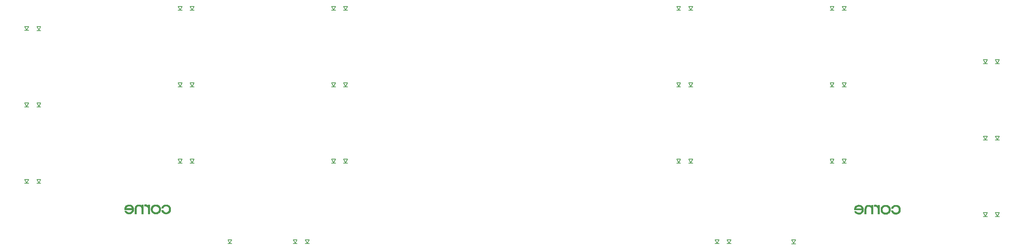
<source format=gbo>
%TF.GenerationSoftware,KiCad,Pcbnew,(6.0.11)*%
%TF.CreationDate,2023-01-31T22:09:30+01:00*%
%TF.ProjectId,corne-light,636f726e-652d-46c6-9967-68742e6b6963,2.0*%
%TF.SameCoordinates,Original*%
%TF.FileFunction,Legend,Bot*%
%TF.FilePolarity,Positive*%
%FSLAX46Y46*%
G04 Gerber Fmt 4.6, Leading zero omitted, Abs format (unit mm)*
G04 Created by KiCad (PCBNEW (6.0.11)) date 2023-01-31 22:09:30*
%MOMM*%
%LPD*%
G01*
G04 APERTURE LIST*
%ADD10C,0.150000*%
%ADD11C,0.010000*%
G04 APERTURE END LIST*
D10*
%TO.C,D13*%
X30687500Y-84416875D02*
X29687500Y-84416875D01*
X29687500Y-83416875D02*
X30187500Y-84316875D01*
X30687500Y-83416875D02*
X29687500Y-83416875D01*
X30187500Y-84316875D02*
X30687500Y-83416875D01*
%TO.C,D14*%
X33687500Y-84420000D02*
X32687500Y-84420000D01*
X32687500Y-83420000D02*
X33187500Y-84320000D01*
X33687500Y-83420000D02*
X32687500Y-83420000D01*
X33187500Y-84320000D02*
X33687500Y-83420000D01*
%TO.C,D34*%
X271140700Y-92668900D02*
X270140700Y-92668900D01*
X270140700Y-91668900D02*
X270640700Y-92568900D01*
X271140700Y-91668900D02*
X270140700Y-91668900D01*
X270640700Y-92568900D02*
X271140700Y-91668900D01*
%TO.C,D12*%
X109687500Y-60420000D02*
X108687500Y-60420000D01*
X108687500Y-59420000D02*
X109187500Y-60320000D01*
X109687500Y-59420000D02*
X108687500Y-59420000D01*
X109187500Y-60320000D02*
X109687500Y-59420000D01*
%TO.C,D33*%
X192184847Y-60420432D02*
X191184847Y-60420432D01*
X191184847Y-59420432D02*
X191684847Y-60320432D01*
X192184847Y-59420432D02*
X191184847Y-59420432D01*
X191684847Y-60320432D02*
X192184847Y-59420432D01*
%TO.C,D32*%
X195184847Y-60420432D02*
X194184847Y-60420432D01*
X194184847Y-59420432D02*
X194684847Y-60320432D01*
X195184847Y-59420432D02*
X194184847Y-59420432D01*
X194684847Y-60320432D02*
X195184847Y-59420432D01*
%TO.C,D31*%
X230184847Y-60415432D02*
X229184847Y-60415432D01*
X229184847Y-59415432D02*
X229684847Y-60315432D01*
X230184847Y-59415432D02*
X229184847Y-59415432D01*
X229684847Y-60315432D02*
X230184847Y-59415432D01*
%TO.C,D30*%
X233184847Y-60420432D02*
X232184847Y-60420432D01*
X232184847Y-59420432D02*
X232684847Y-60320432D01*
X233184847Y-59420432D02*
X232184847Y-59420432D01*
X232684847Y-60320432D02*
X233184847Y-59420432D01*
%TO.C,D29*%
X268140700Y-73668900D02*
X267140700Y-73668900D01*
X267140700Y-72668900D02*
X267640700Y-73568900D01*
X268140700Y-72668900D02*
X267140700Y-72668900D01*
X267640700Y-73568900D02*
X268140700Y-72668900D01*
%TO.C,D28*%
X271140700Y-73668900D02*
X270140700Y-73668900D01*
X270140700Y-72668900D02*
X270640700Y-73568900D01*
X271140700Y-72668900D02*
X270140700Y-72668900D01*
X270640700Y-73568900D02*
X271140700Y-72668900D01*
%TO.C,D27*%
X192184847Y-41420432D02*
X191184847Y-41420432D01*
X191184847Y-40420432D02*
X191684847Y-41320432D01*
X192184847Y-40420432D02*
X191184847Y-40420432D01*
X191684847Y-41320432D02*
X192184847Y-40420432D01*
%TO.C,D26*%
X195184847Y-41420432D02*
X194184847Y-41420432D01*
X194184847Y-40420432D02*
X194684847Y-41320432D01*
X195184847Y-40420432D02*
X194184847Y-40420432D01*
X194684847Y-41320432D02*
X195184847Y-40420432D01*
%TO.C,D25*%
X230184847Y-41415432D02*
X229184847Y-41415432D01*
X229184847Y-40415432D02*
X229684847Y-41315432D01*
X230184847Y-40415432D02*
X229184847Y-40415432D01*
X229684847Y-41315432D02*
X230184847Y-40415432D01*
%TO.C,D24*%
X233184847Y-41420432D02*
X232184847Y-41420432D01*
X232184847Y-40420432D02*
X232684847Y-41320432D01*
X233184847Y-40420432D02*
X232184847Y-40420432D01*
X232684847Y-41320432D02*
X233184847Y-40420432D01*
%TO.C,D23*%
X268140700Y-54668900D02*
X267140700Y-54668900D01*
X267140700Y-53668900D02*
X267640700Y-54568900D01*
X268140700Y-53668900D02*
X267140700Y-53668900D01*
X267640700Y-54568900D02*
X268140700Y-53668900D01*
%TO.C,D22*%
X271140700Y-54668900D02*
X270140700Y-54668900D01*
X270140700Y-53668900D02*
X270640700Y-54568900D01*
X271140700Y-53668900D02*
X270140700Y-53668900D01*
X270640700Y-54568900D02*
X271140700Y-53668900D01*
%TO.C,D42*%
X201694847Y-99415432D02*
X200694847Y-99415432D01*
X200694847Y-98415432D02*
X201194847Y-99315432D01*
X201694847Y-98415432D02*
X200694847Y-98415432D01*
X201194847Y-99315432D02*
X201694847Y-98415432D01*
%TO.C,D41*%
X204694847Y-99415432D02*
X203694847Y-99415432D01*
X203694847Y-98415432D02*
X204194847Y-99315432D01*
X204694847Y-98415432D02*
X203694847Y-98415432D01*
X204194847Y-99315432D02*
X204694847Y-98415432D01*
%TO.C,D40*%
X220684847Y-99430432D02*
X219684847Y-99430432D01*
X219684847Y-98430432D02*
X220184847Y-99330432D01*
X220684847Y-98430432D02*
X219684847Y-98430432D01*
X220184847Y-99330432D02*
X220684847Y-98430432D01*
%TO.C,D39*%
X192184847Y-79420432D02*
X191184847Y-79420432D01*
X191184847Y-78420432D02*
X191684847Y-79320432D01*
X192184847Y-78420432D02*
X191184847Y-78420432D01*
X191684847Y-79320432D02*
X192184847Y-78420432D01*
%TO.C,D38*%
X195184847Y-79420432D02*
X194184847Y-79420432D01*
X194184847Y-78420432D02*
X194684847Y-79320432D01*
X195184847Y-78420432D02*
X194184847Y-78420432D01*
X194684847Y-79320432D02*
X195184847Y-78420432D01*
%TO.C,D37*%
X230184847Y-79415432D02*
X229184847Y-79415432D01*
X229184847Y-78415432D02*
X229684847Y-79315432D01*
X230184847Y-78415432D02*
X229184847Y-78415432D01*
X229684847Y-79315432D02*
X230184847Y-78415432D01*
%TO.C,D36*%
X233184847Y-79420432D02*
X232184847Y-79420432D01*
X232184847Y-78420432D02*
X232684847Y-79320432D01*
X233184847Y-78420432D02*
X232184847Y-78420432D01*
X232684847Y-79320432D02*
X233184847Y-78420432D01*
%TO.C,D35*%
X268140700Y-92668900D02*
X267140700Y-92668900D01*
X267140700Y-91668900D02*
X267640700Y-92568900D01*
X268140700Y-91668900D02*
X267140700Y-91668900D01*
X267640700Y-92568900D02*
X268140700Y-91668900D01*
%TO.C,D1*%
X30687500Y-46416875D02*
X29687500Y-46416875D01*
X29687500Y-45416875D02*
X30187500Y-46316875D01*
X30687500Y-45416875D02*
X29687500Y-45416875D01*
X30187500Y-46316875D02*
X30687500Y-45416875D01*
%TO.C,D2*%
X33687500Y-46420000D02*
X32687500Y-46420000D01*
X32687500Y-45420000D02*
X33187500Y-46320000D01*
X33687500Y-45420000D02*
X32687500Y-45420000D01*
X33187500Y-46320000D02*
X33687500Y-45420000D01*
%TO.C,D3*%
X68687500Y-41420000D02*
X67687500Y-41420000D01*
X67687500Y-40420000D02*
X68187500Y-41320000D01*
X68687500Y-40420000D02*
X67687500Y-40420000D01*
X68187500Y-41320000D02*
X68687500Y-40420000D01*
%TO.C,D4*%
X71687500Y-41415000D02*
X70687500Y-41415000D01*
X70687500Y-40415000D02*
X71187500Y-41315000D01*
X71687500Y-40415000D02*
X70687500Y-40415000D01*
X71187500Y-41315000D02*
X71687500Y-40415000D01*
%TO.C,D5*%
X106687500Y-41420000D02*
X105687500Y-41420000D01*
X105687500Y-40420000D02*
X106187500Y-41320000D01*
X106687500Y-40420000D02*
X105687500Y-40420000D01*
X106187500Y-41320000D02*
X106687500Y-40420000D01*
%TO.C,D6*%
X109687500Y-41420000D02*
X108687500Y-41420000D01*
X108687500Y-40420000D02*
X109187500Y-41320000D01*
X109687500Y-40420000D02*
X108687500Y-40420000D01*
X109187500Y-41320000D02*
X109687500Y-40420000D01*
%TO.C,D7*%
X30687500Y-65416875D02*
X29687500Y-65416875D01*
X29687500Y-64416875D02*
X30187500Y-65316875D01*
X30687500Y-64416875D02*
X29687500Y-64416875D01*
X30187500Y-65316875D02*
X30687500Y-64416875D01*
%TO.C,D8*%
X33687500Y-65420000D02*
X32687500Y-65420000D01*
X32687500Y-64420000D02*
X33187500Y-65320000D01*
X33687500Y-64420000D02*
X32687500Y-64420000D01*
X33187500Y-65320000D02*
X33687500Y-64420000D01*
%TO.C,D9*%
X68687500Y-60420000D02*
X67687500Y-60420000D01*
X67687500Y-59420000D02*
X68187500Y-60320000D01*
X68687500Y-59420000D02*
X67687500Y-59420000D01*
X68187500Y-60320000D02*
X68687500Y-59420000D01*
%TO.C,D10*%
X71687500Y-60415000D02*
X70687500Y-60415000D01*
X70687500Y-59415000D02*
X71187500Y-60315000D01*
X71687500Y-59415000D02*
X70687500Y-59415000D01*
X71187500Y-60315000D02*
X71687500Y-59415000D01*
%TO.C,D11*%
X106687500Y-60420000D02*
X105687500Y-60420000D01*
X105687500Y-59420000D02*
X106187500Y-60320000D01*
X106687500Y-59420000D02*
X105687500Y-59420000D01*
X106187500Y-60320000D02*
X106687500Y-59420000D01*
%TO.C,D15*%
X68687500Y-79420000D02*
X67687500Y-79420000D01*
X67687500Y-78420000D02*
X68187500Y-79320000D01*
X68687500Y-78420000D02*
X67687500Y-78420000D01*
X68187500Y-79320000D02*
X68687500Y-78420000D01*
%TO.C,D16*%
X71687500Y-79415000D02*
X70687500Y-79415000D01*
X70687500Y-78415000D02*
X71187500Y-79315000D01*
X71687500Y-78415000D02*
X70687500Y-78415000D01*
X71187500Y-79315000D02*
X71687500Y-78415000D01*
%TO.C,D17*%
X106687500Y-79420000D02*
X105687500Y-79420000D01*
X105687500Y-78420000D02*
X106187500Y-79320000D01*
X106687500Y-78420000D02*
X105687500Y-78420000D01*
X106187500Y-79320000D02*
X106687500Y-78420000D01*
%TO.C,D18*%
X109687500Y-79420000D02*
X108687500Y-79420000D01*
X108687500Y-78420000D02*
X109187500Y-79320000D01*
X109687500Y-78420000D02*
X108687500Y-78420000D01*
X109187500Y-79320000D02*
X109687500Y-78420000D01*
%TO.C,D19*%
X81007500Y-99410000D02*
X80007500Y-99410000D01*
X80007500Y-98410000D02*
X80507500Y-99310000D01*
X81007500Y-98410000D02*
X80007500Y-98410000D01*
X80507500Y-99310000D02*
X81007500Y-98410000D01*
%TO.C,D20*%
X97187500Y-99405000D02*
X96187500Y-99405000D01*
X96187500Y-98405000D02*
X96687500Y-99305000D01*
X97187500Y-98405000D02*
X96187500Y-98405000D01*
X96687500Y-99305000D02*
X97187500Y-98405000D01*
%TO.C,D21*%
X100187500Y-99405000D02*
X99187500Y-99405000D01*
X99187500Y-98405000D02*
X99687500Y-99305000D01*
X100187500Y-98405000D02*
X99187500Y-98405000D01*
X99687500Y-99305000D02*
X100187500Y-98405000D01*
%TO.C,G\u002A\u002A\u002A*%
G36*
X238728505Y-89778211D02*
G01*
X238898176Y-89784616D01*
X239030522Y-89803282D01*
X239136545Y-89837569D01*
X239227248Y-89890836D01*
X239313636Y-89966442D01*
X239395900Y-90048707D01*
X239395900Y-89790800D01*
X239827700Y-89790800D01*
X239827700Y-92051400D01*
X239395900Y-92051400D01*
X239395900Y-91382910D01*
X239395874Y-91326907D01*
X239394783Y-91102585D01*
X239391223Y-90921327D01*
X239384004Y-90776805D01*
X239371933Y-90662689D01*
X239353821Y-90572652D01*
X239328477Y-90500365D01*
X239294709Y-90439501D01*
X239251327Y-90383731D01*
X239197140Y-90326726D01*
X239117236Y-90256472D01*
X239005138Y-90191694D01*
X238875159Y-90156817D01*
X238712688Y-90146400D01*
X238658220Y-90147999D01*
X238489897Y-90177984D01*
X238354470Y-90245106D01*
X238253563Y-90348307D01*
X238188803Y-90486534D01*
X238180905Y-90517809D01*
X238170781Y-90580037D01*
X238163078Y-90663882D01*
X238157537Y-90775177D01*
X238153900Y-90919758D01*
X238151907Y-91103457D01*
X238151300Y-91332110D01*
X238151300Y-92051400D01*
X237719500Y-92051400D01*
X237719692Y-91384650D01*
X237720373Y-91235353D01*
X237722926Y-91051330D01*
X237727097Y-90882049D01*
X237732597Y-90736525D01*
X237739136Y-90623770D01*
X237746425Y-90552800D01*
X237757832Y-90490354D01*
X237821121Y-90281378D01*
X237918452Y-90108673D01*
X238051702Y-89969513D01*
X238222749Y-89861171D01*
X238276930Y-89835005D01*
X238340699Y-89808181D01*
X238401010Y-89791455D01*
X238471425Y-89782451D01*
X238565509Y-89778791D01*
X238696826Y-89778100D01*
X238728505Y-89778211D01*
G37*
D11*
X238728505Y-89778211D02*
X238898176Y-89784616D01*
X239030522Y-89803282D01*
X239136545Y-89837569D01*
X239227248Y-89890836D01*
X239313636Y-89966442D01*
X239395900Y-90048707D01*
X239395900Y-89790800D01*
X239827700Y-89790800D01*
X239827700Y-92051400D01*
X239395900Y-92051400D01*
X239395900Y-91382910D01*
X239395874Y-91326907D01*
X239394783Y-91102585D01*
X239391223Y-90921327D01*
X239384004Y-90776805D01*
X239371933Y-90662689D01*
X239353821Y-90572652D01*
X239328477Y-90500365D01*
X239294709Y-90439501D01*
X239251327Y-90383731D01*
X239197140Y-90326726D01*
X239117236Y-90256472D01*
X239005138Y-90191694D01*
X238875159Y-90156817D01*
X238712688Y-90146400D01*
X238658220Y-90147999D01*
X238489897Y-90177984D01*
X238354470Y-90245106D01*
X238253563Y-90348307D01*
X238188803Y-90486534D01*
X238180905Y-90517809D01*
X238170781Y-90580037D01*
X238163078Y-90663882D01*
X238157537Y-90775177D01*
X238153900Y-90919758D01*
X238151907Y-91103457D01*
X238151300Y-91332110D01*
X238151300Y-92051400D01*
X237719500Y-92051400D01*
X237719692Y-91384650D01*
X237720373Y-91235353D01*
X237722926Y-91051330D01*
X237727097Y-90882049D01*
X237732597Y-90736525D01*
X237739136Y-90623770D01*
X237746425Y-90552800D01*
X237757832Y-90490354D01*
X237821121Y-90281378D01*
X237918452Y-90108673D01*
X238051702Y-89969513D01*
X238222749Y-89861171D01*
X238276930Y-89835005D01*
X238340699Y-89808181D01*
X238401010Y-89791455D01*
X238471425Y-89782451D01*
X238565509Y-89778791D01*
X238696826Y-89778100D01*
X238728505Y-89778211D01*
G36*
X240463958Y-89759536D02*
G01*
X240637202Y-89801267D01*
X240789054Y-89872357D01*
X240907231Y-89968946D01*
X240958000Y-90025358D01*
X240983400Y-89803500D01*
X241192950Y-89796122D01*
X241402500Y-89788745D01*
X241402500Y-92051400D01*
X240970700Y-92051400D01*
X240970700Y-90658838D01*
X240887611Y-90497869D01*
X240838734Y-90416179D01*
X240717119Y-90281056D01*
X240568548Y-90185922D01*
X240399149Y-90134139D01*
X240215050Y-90129068D01*
X240081700Y-90142729D01*
X240081700Y-89771961D01*
X240227763Y-89755436D01*
X240281610Y-89751025D01*
X240463958Y-89759536D01*
G37*
X240463958Y-89759536D02*
X240637202Y-89801267D01*
X240789054Y-89872357D01*
X240907231Y-89968946D01*
X240958000Y-90025358D01*
X240983400Y-89803500D01*
X241192950Y-89796122D01*
X241402500Y-89788745D01*
X241402500Y-92051400D01*
X240970700Y-92051400D01*
X240970700Y-90658838D01*
X240887611Y-90497869D01*
X240838734Y-90416179D01*
X240717119Y-90281056D01*
X240568548Y-90185922D01*
X240399149Y-90134139D01*
X240215050Y-90129068D01*
X240081700Y-90142729D01*
X240081700Y-89771961D01*
X240227763Y-89755436D01*
X240281610Y-89751025D01*
X240463958Y-89759536D01*
G36*
X237467692Y-90968242D02*
G01*
X237437156Y-91218299D01*
X237417999Y-91295249D01*
X237331626Y-91507590D01*
X237204175Y-91695554D01*
X237040575Y-91854023D01*
X236845755Y-91977879D01*
X236624643Y-92062004D01*
X236413327Y-92098535D01*
X236172404Y-92095509D01*
X235935698Y-92048237D01*
X235713010Y-91958773D01*
X235514143Y-91829173D01*
X235483956Y-91802746D01*
X235401226Y-91714606D01*
X235321501Y-91611086D01*
X235256583Y-91508398D01*
X235218270Y-91422750D01*
X235212581Y-91399182D01*
X235217590Y-91380133D01*
X235244967Y-91370122D01*
X235304189Y-91366246D01*
X235404732Y-91365600D01*
X235607987Y-91365600D01*
X235743807Y-91501419D01*
X235858505Y-91600614D01*
X235996197Y-91676329D01*
X236149871Y-91713127D01*
X236332128Y-91715596D01*
X236345096Y-91714683D01*
X236505758Y-91689647D01*
X236641612Y-91638239D01*
X236730789Y-91584256D01*
X236851357Y-91480298D01*
X236947345Y-91359172D01*
X237010783Y-91231649D01*
X237033700Y-91108498D01*
X237033700Y-91035400D01*
X235128700Y-91035400D01*
X235128700Y-90888336D01*
X235144557Y-90692678D01*
X235158648Y-90640688D01*
X235585900Y-90640688D01*
X235585903Y-90641014D01*
X235591212Y-90652444D01*
X235610241Y-90661420D01*
X235648288Y-90668229D01*
X235710649Y-90673158D01*
X235802621Y-90676494D01*
X235929501Y-90678521D01*
X236096586Y-90679528D01*
X236309172Y-90679800D01*
X237032443Y-90679800D01*
X237008235Y-90616127D01*
X236927851Y-90456797D01*
X236808974Y-90315486D01*
X236662440Y-90213844D01*
X236570702Y-90178039D01*
X236411572Y-90146960D01*
X236240767Y-90142014D01*
X236076653Y-90163277D01*
X235937597Y-90210826D01*
X235934539Y-90212383D01*
X235834752Y-90278195D01*
X235740348Y-90365722D01*
X235660975Y-90463173D01*
X235606277Y-90558758D01*
X235585900Y-90640688D01*
X235158648Y-90640688D01*
X235204596Y-90471162D01*
X235305441Y-90272524D01*
X235442921Y-90100847D01*
X235612867Y-89960213D01*
X235811106Y-89854705D01*
X236033470Y-89788406D01*
X236275787Y-89765400D01*
X236495074Y-89779901D01*
X236692397Y-89826746D01*
X236887001Y-89910689D01*
X236999892Y-89978672D01*
X237168921Y-90124563D01*
X237302394Y-90301643D01*
X237398133Y-90504735D01*
X237441778Y-90679800D01*
X237453959Y-90728661D01*
X237467692Y-90968242D01*
G37*
X237467692Y-90968242D02*
X237437156Y-91218299D01*
X237417999Y-91295249D01*
X237331626Y-91507590D01*
X237204175Y-91695554D01*
X237040575Y-91854023D01*
X236845755Y-91977879D01*
X236624643Y-92062004D01*
X236413327Y-92098535D01*
X236172404Y-92095509D01*
X235935698Y-92048237D01*
X235713010Y-91958773D01*
X235514143Y-91829173D01*
X235483956Y-91802746D01*
X235401226Y-91714606D01*
X235321501Y-91611086D01*
X235256583Y-91508398D01*
X235218270Y-91422750D01*
X235212581Y-91399182D01*
X235217590Y-91380133D01*
X235244967Y-91370122D01*
X235304189Y-91366246D01*
X235404732Y-91365600D01*
X235607987Y-91365600D01*
X235743807Y-91501419D01*
X235858505Y-91600614D01*
X235996197Y-91676329D01*
X236149871Y-91713127D01*
X236332128Y-91715596D01*
X236345096Y-91714683D01*
X236505758Y-91689647D01*
X236641612Y-91638239D01*
X236730789Y-91584256D01*
X236851357Y-91480298D01*
X236947345Y-91359172D01*
X237010783Y-91231649D01*
X237033700Y-91108498D01*
X237033700Y-91035400D01*
X235128700Y-91035400D01*
X235128700Y-90888336D01*
X235144557Y-90692678D01*
X235158648Y-90640688D01*
X235585900Y-90640688D01*
X235585903Y-90641014D01*
X235591212Y-90652444D01*
X235610241Y-90661420D01*
X235648288Y-90668229D01*
X235710649Y-90673158D01*
X235802621Y-90676494D01*
X235929501Y-90678521D01*
X236096586Y-90679528D01*
X236309172Y-90679800D01*
X237032443Y-90679800D01*
X237008235Y-90616127D01*
X236927851Y-90456797D01*
X236808974Y-90315486D01*
X236662440Y-90213844D01*
X236570702Y-90178039D01*
X236411572Y-90146960D01*
X236240767Y-90142014D01*
X236076653Y-90163277D01*
X235937597Y-90210826D01*
X235934539Y-90212383D01*
X235834752Y-90278195D01*
X235740348Y-90365722D01*
X235660975Y-90463173D01*
X235606277Y-90558758D01*
X235585900Y-90640688D01*
X235158648Y-90640688D01*
X235204596Y-90471162D01*
X235305441Y-90272524D01*
X235442921Y-90100847D01*
X235612867Y-89960213D01*
X235811106Y-89854705D01*
X236033470Y-89788406D01*
X236275787Y-89765400D01*
X236495074Y-89779901D01*
X236692397Y-89826746D01*
X236887001Y-89910689D01*
X236999892Y-89978672D01*
X237168921Y-90124563D01*
X237302394Y-90301643D01*
X237398133Y-90504735D01*
X237441778Y-90679800D01*
X237453959Y-90728661D01*
X237467692Y-90968242D01*
G36*
X244108849Y-91223876D02*
G01*
X244074663Y-91348102D01*
X244036318Y-91450895D01*
X243985444Y-91545986D01*
X243854845Y-91715635D01*
X243687879Y-91863093D01*
X243493147Y-91981401D01*
X243279247Y-92063599D01*
X243246426Y-92071729D01*
X243100940Y-92091650D01*
X242931219Y-92096287D01*
X242755665Y-92086467D01*
X242592679Y-92063019D01*
X242460660Y-92026770D01*
X242385759Y-91995421D01*
X242177321Y-91876769D01*
X242000725Y-91726574D01*
X241861481Y-91550172D01*
X241765095Y-91352900D01*
X241762144Y-91344275D01*
X241734957Y-91222551D01*
X241719975Y-91070313D01*
X241718028Y-90962298D01*
X242123007Y-90962298D01*
X242144990Y-91139401D01*
X242197980Y-91295466D01*
X242202413Y-91304341D01*
X242309590Y-91460677D01*
X242454056Y-91584347D01*
X242631336Y-91671468D01*
X242743896Y-91702243D01*
X242947311Y-91718463D01*
X243152302Y-91688118D01*
X243349042Y-91612020D01*
X243355826Y-91608365D01*
X243449822Y-91537702D01*
X243543805Y-91436333D01*
X243624206Y-91320941D01*
X243677459Y-91208207D01*
X243697591Y-91126866D01*
X243711926Y-90979224D01*
X243706567Y-90822526D01*
X243682581Y-90675807D01*
X243641035Y-90558101D01*
X243536055Y-90404360D01*
X243402066Y-90285270D01*
X243246876Y-90201522D01*
X243077851Y-90152949D01*
X242902358Y-90139386D01*
X242727764Y-90160666D01*
X242561436Y-90216623D01*
X242410739Y-90307092D01*
X242283042Y-90431906D01*
X242185711Y-90590900D01*
X242173379Y-90620421D01*
X242132361Y-90783017D01*
X242123007Y-90962298D01*
X241718028Y-90962298D01*
X241716970Y-90903580D01*
X241725715Y-90738371D01*
X241745982Y-90590705D01*
X241777544Y-90476600D01*
X241842092Y-90341816D01*
X241975675Y-90153222D01*
X242143825Y-89999865D01*
X242343475Y-89883807D01*
X242571560Y-89807111D01*
X242825014Y-89771840D01*
X243001095Y-89769147D01*
X243186970Y-89787281D01*
X243358295Y-89832053D01*
X243532581Y-89906803D01*
X243576640Y-89930069D01*
X243765313Y-90062687D01*
X243918643Y-90228365D01*
X244034150Y-90422052D01*
X244109350Y-90638693D01*
X244141762Y-90873236D01*
X244136252Y-90979224D01*
X244128901Y-91120628D01*
X244108849Y-91223876D01*
G37*
X244108849Y-91223876D02*
X244074663Y-91348102D01*
X244036318Y-91450895D01*
X243985444Y-91545986D01*
X243854845Y-91715635D01*
X243687879Y-91863093D01*
X243493147Y-91981401D01*
X243279247Y-92063599D01*
X243246426Y-92071729D01*
X243100940Y-92091650D01*
X242931219Y-92096287D01*
X242755665Y-92086467D01*
X242592679Y-92063019D01*
X242460660Y-92026770D01*
X242385759Y-91995421D01*
X242177321Y-91876769D01*
X242000725Y-91726574D01*
X241861481Y-91550172D01*
X241765095Y-91352900D01*
X241762144Y-91344275D01*
X241734957Y-91222551D01*
X241719975Y-91070313D01*
X241718028Y-90962298D01*
X242123007Y-90962298D01*
X242144990Y-91139401D01*
X242197980Y-91295466D01*
X242202413Y-91304341D01*
X242309590Y-91460677D01*
X242454056Y-91584347D01*
X242631336Y-91671468D01*
X242743896Y-91702243D01*
X242947311Y-91718463D01*
X243152302Y-91688118D01*
X243349042Y-91612020D01*
X243355826Y-91608365D01*
X243449822Y-91537702D01*
X243543805Y-91436333D01*
X243624206Y-91320941D01*
X243677459Y-91208207D01*
X243697591Y-91126866D01*
X243711926Y-90979224D01*
X243706567Y-90822526D01*
X243682581Y-90675807D01*
X243641035Y-90558101D01*
X243536055Y-90404360D01*
X243402066Y-90285270D01*
X243246876Y-90201522D01*
X243077851Y-90152949D01*
X242902358Y-90139386D01*
X242727764Y-90160666D01*
X242561436Y-90216623D01*
X242410739Y-90307092D01*
X242283042Y-90431906D01*
X242185711Y-90590900D01*
X242173379Y-90620421D01*
X242132361Y-90783017D01*
X242123007Y-90962298D01*
X241718028Y-90962298D01*
X241716970Y-90903580D01*
X241725715Y-90738371D01*
X241745982Y-90590705D01*
X241777544Y-90476600D01*
X241842092Y-90341816D01*
X241975675Y-90153222D01*
X242143825Y-89999865D01*
X242343475Y-89883807D01*
X242571560Y-89807111D01*
X242825014Y-89771840D01*
X243001095Y-89769147D01*
X243186970Y-89787281D01*
X243358295Y-89832053D01*
X243532581Y-89906803D01*
X243576640Y-89930069D01*
X243765313Y-90062687D01*
X243918643Y-90228365D01*
X244034150Y-90422052D01*
X244109350Y-90638693D01*
X244141762Y-90873236D01*
X244136252Y-90979224D01*
X244128901Y-91120628D01*
X244108849Y-91223876D01*
G36*
X245583745Y-89771892D02*
G01*
X245767717Y-89795914D01*
X245923700Y-89839802D01*
X245926931Y-89841085D01*
X246131124Y-89948316D01*
X246310238Y-90094026D01*
X246456503Y-90270543D01*
X246562149Y-90470197D01*
X246581770Y-90523494D01*
X246601202Y-90595236D01*
X246612879Y-90676188D01*
X246618581Y-90780194D01*
X246620086Y-90921100D01*
X246615707Y-91090430D01*
X246598309Y-91242138D01*
X246563730Y-91372887D01*
X246507840Y-91497841D01*
X246426511Y-91632165D01*
X246359617Y-91717289D01*
X246220240Y-91842860D01*
X246050549Y-91950877D01*
X245862913Y-92033943D01*
X245669700Y-92084664D01*
X245474182Y-92100194D01*
X245240440Y-92077913D01*
X245013593Y-92014811D01*
X244804736Y-91914131D01*
X244624962Y-91779119D01*
X244586071Y-91738876D01*
X244511631Y-91644041D01*
X244440622Y-91534252D01*
X244380576Y-91422781D01*
X244339025Y-91322902D01*
X244323500Y-91247887D01*
X244325003Y-91222594D01*
X244336505Y-91202992D01*
X244368216Y-91192620D01*
X244430332Y-91188561D01*
X244533050Y-91187895D01*
X244742600Y-91187990D01*
X244789233Y-91301389D01*
X244810816Y-91348106D01*
X244909026Y-91487622D01*
X245040210Y-91597291D01*
X245195928Y-91673785D01*
X245367741Y-91713773D01*
X245547211Y-91713926D01*
X245725898Y-91670915D01*
X245873221Y-91599303D01*
X246008096Y-91487138D01*
X246113825Y-91336531D01*
X246136887Y-91288322D01*
X246182741Y-91134327D01*
X246203427Y-90960402D01*
X246197644Y-90784924D01*
X246164093Y-90626267D01*
X246157895Y-90608547D01*
X246076047Y-90455526D01*
X245955984Y-90326089D01*
X245806435Y-90226221D01*
X245636131Y-90161910D01*
X245453801Y-90139142D01*
X245411915Y-90140461D01*
X245247136Y-90169854D01*
X245091537Y-90233012D01*
X244955362Y-90323503D01*
X244848857Y-90434894D01*
X244782267Y-90560754D01*
X244751361Y-90654399D01*
X244537431Y-90654400D01*
X244490471Y-90654343D01*
X244395888Y-90651149D01*
X244343202Y-90637261D01*
X244325917Y-90604761D01*
X244337536Y-90545731D01*
X244371563Y-90452254D01*
X244406218Y-90372188D01*
X244523778Y-90186988D01*
X244680707Y-90029036D01*
X244872150Y-89902639D01*
X245093252Y-89812102D01*
X245207951Y-89785988D01*
X245390813Y-89768372D01*
X245583745Y-89771892D01*
G37*
X245583745Y-89771892D02*
X245767717Y-89795914D01*
X245923700Y-89839802D01*
X245926931Y-89841085D01*
X246131124Y-89948316D01*
X246310238Y-90094026D01*
X246456503Y-90270543D01*
X246562149Y-90470197D01*
X246581770Y-90523494D01*
X246601202Y-90595236D01*
X246612879Y-90676188D01*
X246618581Y-90780194D01*
X246620086Y-90921100D01*
X246615707Y-91090430D01*
X246598309Y-91242138D01*
X246563730Y-91372887D01*
X246507840Y-91497841D01*
X246426511Y-91632165D01*
X246359617Y-91717289D01*
X246220240Y-91842860D01*
X246050549Y-91950877D01*
X245862913Y-92033943D01*
X245669700Y-92084664D01*
X245474182Y-92100194D01*
X245240440Y-92077913D01*
X245013593Y-92014811D01*
X244804736Y-91914131D01*
X244624962Y-91779119D01*
X244586071Y-91738876D01*
X244511631Y-91644041D01*
X244440622Y-91534252D01*
X244380576Y-91422781D01*
X244339025Y-91322902D01*
X244323500Y-91247887D01*
X244325003Y-91222594D01*
X244336505Y-91202992D01*
X244368216Y-91192620D01*
X244430332Y-91188561D01*
X244533050Y-91187895D01*
X244742600Y-91187990D01*
X244789233Y-91301389D01*
X244810816Y-91348106D01*
X244909026Y-91487622D01*
X245040210Y-91597291D01*
X245195928Y-91673785D01*
X245367741Y-91713773D01*
X245547211Y-91713926D01*
X245725898Y-91670915D01*
X245873221Y-91599303D01*
X246008096Y-91487138D01*
X246113825Y-91336531D01*
X246136887Y-91288322D01*
X246182741Y-91134327D01*
X246203427Y-90960402D01*
X246197644Y-90784924D01*
X246164093Y-90626267D01*
X246157895Y-90608547D01*
X246076047Y-90455526D01*
X245955984Y-90326089D01*
X245806435Y-90226221D01*
X245636131Y-90161910D01*
X245453801Y-90139142D01*
X245411915Y-90140461D01*
X245247136Y-90169854D01*
X245091537Y-90233012D01*
X244955362Y-90323503D01*
X244848857Y-90434894D01*
X244782267Y-90560754D01*
X244751361Y-90654399D01*
X244537431Y-90654400D01*
X244490471Y-90654343D01*
X244395888Y-90651149D01*
X244343202Y-90637261D01*
X244325917Y-90604761D01*
X244337536Y-90545731D01*
X244371563Y-90452254D01*
X244406218Y-90372188D01*
X244523778Y-90186988D01*
X244680707Y-90029036D01*
X244872150Y-89902639D01*
X245093252Y-89812102D01*
X245207951Y-89785988D01*
X245390813Y-89768372D01*
X245583745Y-89771892D01*
G36*
X64803745Y-89691892D02*
G01*
X64987717Y-89715914D01*
X65143700Y-89759802D01*
X65146931Y-89761085D01*
X65351124Y-89868316D01*
X65530238Y-90014026D01*
X65676503Y-90190543D01*
X65782149Y-90390197D01*
X65801770Y-90443494D01*
X65821202Y-90515236D01*
X65832879Y-90596188D01*
X65838581Y-90700194D01*
X65840086Y-90841100D01*
X65835707Y-91010430D01*
X65818309Y-91162138D01*
X65783730Y-91292887D01*
X65727840Y-91417841D01*
X65646511Y-91552165D01*
X65579617Y-91637289D01*
X65440240Y-91762860D01*
X65270549Y-91870877D01*
X65082913Y-91953943D01*
X64889700Y-92004664D01*
X64694182Y-92020194D01*
X64460440Y-91997913D01*
X64233593Y-91934811D01*
X64024736Y-91834131D01*
X63844962Y-91699119D01*
X63806071Y-91658876D01*
X63731631Y-91564041D01*
X63660622Y-91454252D01*
X63600576Y-91342781D01*
X63559025Y-91242902D01*
X63543500Y-91167887D01*
X63545003Y-91142594D01*
X63556505Y-91122992D01*
X63588216Y-91112620D01*
X63650332Y-91108561D01*
X63753050Y-91107895D01*
X63962600Y-91107990D01*
X64009233Y-91221389D01*
X64030816Y-91268106D01*
X64129026Y-91407622D01*
X64260210Y-91517291D01*
X64415928Y-91593785D01*
X64587741Y-91633773D01*
X64767211Y-91633926D01*
X64945898Y-91590915D01*
X65093221Y-91519303D01*
X65228096Y-91407138D01*
X65333825Y-91256531D01*
X65356887Y-91208322D01*
X65402741Y-91054327D01*
X65423427Y-90880402D01*
X65417644Y-90704924D01*
X65384093Y-90546267D01*
X65377895Y-90528547D01*
X65296047Y-90375526D01*
X65175984Y-90246089D01*
X65026435Y-90146221D01*
X64856131Y-90081910D01*
X64673801Y-90059142D01*
X64631915Y-90060461D01*
X64467136Y-90089854D01*
X64311537Y-90153012D01*
X64175362Y-90243503D01*
X64068857Y-90354894D01*
X64002267Y-90480754D01*
X63971361Y-90574399D01*
X63757431Y-90574400D01*
X63710471Y-90574343D01*
X63615888Y-90571149D01*
X63563202Y-90557261D01*
X63545917Y-90524761D01*
X63557536Y-90465731D01*
X63591563Y-90372254D01*
X63626218Y-90292188D01*
X63743778Y-90106988D01*
X63900707Y-89949036D01*
X64092150Y-89822639D01*
X64313252Y-89732102D01*
X64427951Y-89705988D01*
X64610813Y-89688372D01*
X64803745Y-89691892D01*
G37*
X64803745Y-89691892D02*
X64987717Y-89715914D01*
X65143700Y-89759802D01*
X65146931Y-89761085D01*
X65351124Y-89868316D01*
X65530238Y-90014026D01*
X65676503Y-90190543D01*
X65782149Y-90390197D01*
X65801770Y-90443494D01*
X65821202Y-90515236D01*
X65832879Y-90596188D01*
X65838581Y-90700194D01*
X65840086Y-90841100D01*
X65835707Y-91010430D01*
X65818309Y-91162138D01*
X65783730Y-91292887D01*
X65727840Y-91417841D01*
X65646511Y-91552165D01*
X65579617Y-91637289D01*
X65440240Y-91762860D01*
X65270549Y-91870877D01*
X65082913Y-91953943D01*
X64889700Y-92004664D01*
X64694182Y-92020194D01*
X64460440Y-91997913D01*
X64233593Y-91934811D01*
X64024736Y-91834131D01*
X63844962Y-91699119D01*
X63806071Y-91658876D01*
X63731631Y-91564041D01*
X63660622Y-91454252D01*
X63600576Y-91342781D01*
X63559025Y-91242902D01*
X63543500Y-91167887D01*
X63545003Y-91142594D01*
X63556505Y-91122992D01*
X63588216Y-91112620D01*
X63650332Y-91108561D01*
X63753050Y-91107895D01*
X63962600Y-91107990D01*
X64009233Y-91221389D01*
X64030816Y-91268106D01*
X64129026Y-91407622D01*
X64260210Y-91517291D01*
X64415928Y-91593785D01*
X64587741Y-91633773D01*
X64767211Y-91633926D01*
X64945898Y-91590915D01*
X65093221Y-91519303D01*
X65228096Y-91407138D01*
X65333825Y-91256531D01*
X65356887Y-91208322D01*
X65402741Y-91054327D01*
X65423427Y-90880402D01*
X65417644Y-90704924D01*
X65384093Y-90546267D01*
X65377895Y-90528547D01*
X65296047Y-90375526D01*
X65175984Y-90246089D01*
X65026435Y-90146221D01*
X64856131Y-90081910D01*
X64673801Y-90059142D01*
X64631915Y-90060461D01*
X64467136Y-90089854D01*
X64311537Y-90153012D01*
X64175362Y-90243503D01*
X64068857Y-90354894D01*
X64002267Y-90480754D01*
X63971361Y-90574399D01*
X63757431Y-90574400D01*
X63710471Y-90574343D01*
X63615888Y-90571149D01*
X63563202Y-90557261D01*
X63545917Y-90524761D01*
X63557536Y-90465731D01*
X63591563Y-90372254D01*
X63626218Y-90292188D01*
X63743778Y-90106988D01*
X63900707Y-89949036D01*
X64092150Y-89822639D01*
X64313252Y-89732102D01*
X64427951Y-89705988D01*
X64610813Y-89688372D01*
X64803745Y-89691892D01*
G36*
X63328849Y-91143876D02*
G01*
X63294663Y-91268102D01*
X63256318Y-91370895D01*
X63205444Y-91465986D01*
X63074845Y-91635635D01*
X62907879Y-91783093D01*
X62713147Y-91901401D01*
X62499247Y-91983599D01*
X62466426Y-91991729D01*
X62320940Y-92011650D01*
X62151219Y-92016287D01*
X61975665Y-92006467D01*
X61812679Y-91983019D01*
X61680660Y-91946770D01*
X61605759Y-91915421D01*
X61397321Y-91796769D01*
X61220725Y-91646574D01*
X61081481Y-91470172D01*
X60985095Y-91272900D01*
X60982144Y-91264275D01*
X60954957Y-91142551D01*
X60939975Y-90990313D01*
X60938028Y-90882298D01*
X61343007Y-90882298D01*
X61364990Y-91059401D01*
X61417980Y-91215466D01*
X61422413Y-91224341D01*
X61529590Y-91380677D01*
X61674056Y-91504347D01*
X61851336Y-91591468D01*
X61963896Y-91622243D01*
X62167311Y-91638463D01*
X62372302Y-91608118D01*
X62569042Y-91532020D01*
X62575826Y-91528365D01*
X62669822Y-91457702D01*
X62763805Y-91356333D01*
X62844206Y-91240941D01*
X62897459Y-91128207D01*
X62917591Y-91046866D01*
X62931926Y-90899224D01*
X62926567Y-90742526D01*
X62902581Y-90595807D01*
X62861035Y-90478101D01*
X62756055Y-90324360D01*
X62622066Y-90205270D01*
X62466876Y-90121522D01*
X62297851Y-90072949D01*
X62122358Y-90059386D01*
X61947764Y-90080666D01*
X61781436Y-90136623D01*
X61630739Y-90227092D01*
X61503042Y-90351906D01*
X61405711Y-90510900D01*
X61393379Y-90540421D01*
X61352361Y-90703017D01*
X61343007Y-90882298D01*
X60938028Y-90882298D01*
X60936970Y-90823580D01*
X60945715Y-90658371D01*
X60965982Y-90510705D01*
X60997544Y-90396600D01*
X61062092Y-90261816D01*
X61195675Y-90073222D01*
X61363825Y-89919865D01*
X61563475Y-89803807D01*
X61791560Y-89727111D01*
X62045014Y-89691840D01*
X62221095Y-89689147D01*
X62406970Y-89707281D01*
X62578295Y-89752053D01*
X62752581Y-89826803D01*
X62796640Y-89850069D01*
X62985313Y-89982687D01*
X63138643Y-90148365D01*
X63254150Y-90342052D01*
X63329350Y-90558693D01*
X63361762Y-90793236D01*
X63356252Y-90899224D01*
X63348901Y-91040628D01*
X63328849Y-91143876D01*
G37*
X63328849Y-91143876D02*
X63294663Y-91268102D01*
X63256318Y-91370895D01*
X63205444Y-91465986D01*
X63074845Y-91635635D01*
X62907879Y-91783093D01*
X62713147Y-91901401D01*
X62499247Y-91983599D01*
X62466426Y-91991729D01*
X62320940Y-92011650D01*
X62151219Y-92016287D01*
X61975665Y-92006467D01*
X61812679Y-91983019D01*
X61680660Y-91946770D01*
X61605759Y-91915421D01*
X61397321Y-91796769D01*
X61220725Y-91646574D01*
X61081481Y-91470172D01*
X60985095Y-91272900D01*
X60982144Y-91264275D01*
X60954957Y-91142551D01*
X60939975Y-90990313D01*
X60938028Y-90882298D01*
X61343007Y-90882298D01*
X61364990Y-91059401D01*
X61417980Y-91215466D01*
X61422413Y-91224341D01*
X61529590Y-91380677D01*
X61674056Y-91504347D01*
X61851336Y-91591468D01*
X61963896Y-91622243D01*
X62167311Y-91638463D01*
X62372302Y-91608118D01*
X62569042Y-91532020D01*
X62575826Y-91528365D01*
X62669822Y-91457702D01*
X62763805Y-91356333D01*
X62844206Y-91240941D01*
X62897459Y-91128207D01*
X62917591Y-91046866D01*
X62931926Y-90899224D01*
X62926567Y-90742526D01*
X62902581Y-90595807D01*
X62861035Y-90478101D01*
X62756055Y-90324360D01*
X62622066Y-90205270D01*
X62466876Y-90121522D01*
X62297851Y-90072949D01*
X62122358Y-90059386D01*
X61947764Y-90080666D01*
X61781436Y-90136623D01*
X61630739Y-90227092D01*
X61503042Y-90351906D01*
X61405711Y-90510900D01*
X61393379Y-90540421D01*
X61352361Y-90703017D01*
X61343007Y-90882298D01*
X60938028Y-90882298D01*
X60936970Y-90823580D01*
X60945715Y-90658371D01*
X60965982Y-90510705D01*
X60997544Y-90396600D01*
X61062092Y-90261816D01*
X61195675Y-90073222D01*
X61363825Y-89919865D01*
X61563475Y-89803807D01*
X61791560Y-89727111D01*
X62045014Y-89691840D01*
X62221095Y-89689147D01*
X62406970Y-89707281D01*
X62578295Y-89752053D01*
X62752581Y-89826803D01*
X62796640Y-89850069D01*
X62985313Y-89982687D01*
X63138643Y-90148365D01*
X63254150Y-90342052D01*
X63329350Y-90558693D01*
X63361762Y-90793236D01*
X63356252Y-90899224D01*
X63348901Y-91040628D01*
X63328849Y-91143876D01*
G36*
X56687692Y-90888242D02*
G01*
X56657156Y-91138299D01*
X56637999Y-91215249D01*
X56551626Y-91427590D01*
X56424175Y-91615554D01*
X56260575Y-91774023D01*
X56065755Y-91897879D01*
X55844643Y-91982004D01*
X55633327Y-92018535D01*
X55392404Y-92015509D01*
X55155698Y-91968237D01*
X54933010Y-91878773D01*
X54734143Y-91749173D01*
X54703956Y-91722746D01*
X54621226Y-91634606D01*
X54541501Y-91531086D01*
X54476583Y-91428398D01*
X54438270Y-91342750D01*
X54432581Y-91319182D01*
X54437590Y-91300133D01*
X54464967Y-91290122D01*
X54524189Y-91286246D01*
X54624732Y-91285600D01*
X54827987Y-91285600D01*
X54963807Y-91421419D01*
X55078505Y-91520614D01*
X55216197Y-91596329D01*
X55369871Y-91633127D01*
X55552128Y-91635596D01*
X55565096Y-91634683D01*
X55725758Y-91609647D01*
X55861612Y-91558239D01*
X55950789Y-91504256D01*
X56071357Y-91400298D01*
X56167345Y-91279172D01*
X56230783Y-91151649D01*
X56253700Y-91028498D01*
X56253700Y-90955400D01*
X54348700Y-90955400D01*
X54348700Y-90808336D01*
X54364557Y-90612678D01*
X54378648Y-90560688D01*
X54805900Y-90560688D01*
X54805903Y-90561014D01*
X54811212Y-90572444D01*
X54830241Y-90581420D01*
X54868288Y-90588229D01*
X54930649Y-90593158D01*
X55022621Y-90596494D01*
X55149501Y-90598521D01*
X55316586Y-90599528D01*
X55529172Y-90599800D01*
X56252443Y-90599800D01*
X56228235Y-90536127D01*
X56147851Y-90376797D01*
X56028974Y-90235486D01*
X55882440Y-90133844D01*
X55790702Y-90098039D01*
X55631572Y-90066960D01*
X55460767Y-90062014D01*
X55296653Y-90083277D01*
X55157597Y-90130826D01*
X55154539Y-90132383D01*
X55054752Y-90198195D01*
X54960348Y-90285722D01*
X54880975Y-90383173D01*
X54826277Y-90478758D01*
X54805900Y-90560688D01*
X54378648Y-90560688D01*
X54424596Y-90391162D01*
X54525441Y-90192524D01*
X54662921Y-90020847D01*
X54832867Y-89880213D01*
X55031106Y-89774705D01*
X55253470Y-89708406D01*
X55495787Y-89685400D01*
X55715074Y-89699901D01*
X55912397Y-89746746D01*
X56107001Y-89830689D01*
X56219892Y-89898672D01*
X56388921Y-90044563D01*
X56522394Y-90221643D01*
X56618133Y-90424735D01*
X56661778Y-90599800D01*
X56673959Y-90648661D01*
X56687692Y-90888242D01*
G37*
X56687692Y-90888242D02*
X56657156Y-91138299D01*
X56637999Y-91215249D01*
X56551626Y-91427590D01*
X56424175Y-91615554D01*
X56260575Y-91774023D01*
X56065755Y-91897879D01*
X55844643Y-91982004D01*
X55633327Y-92018535D01*
X55392404Y-92015509D01*
X55155698Y-91968237D01*
X54933010Y-91878773D01*
X54734143Y-91749173D01*
X54703956Y-91722746D01*
X54621226Y-91634606D01*
X54541501Y-91531086D01*
X54476583Y-91428398D01*
X54438270Y-91342750D01*
X54432581Y-91319182D01*
X54437590Y-91300133D01*
X54464967Y-91290122D01*
X54524189Y-91286246D01*
X54624732Y-91285600D01*
X54827987Y-91285600D01*
X54963807Y-91421419D01*
X55078505Y-91520614D01*
X55216197Y-91596329D01*
X55369871Y-91633127D01*
X55552128Y-91635596D01*
X55565096Y-91634683D01*
X55725758Y-91609647D01*
X55861612Y-91558239D01*
X55950789Y-91504256D01*
X56071357Y-91400298D01*
X56167345Y-91279172D01*
X56230783Y-91151649D01*
X56253700Y-91028498D01*
X56253700Y-90955400D01*
X54348700Y-90955400D01*
X54348700Y-90808336D01*
X54364557Y-90612678D01*
X54378648Y-90560688D01*
X54805900Y-90560688D01*
X54805903Y-90561014D01*
X54811212Y-90572444D01*
X54830241Y-90581420D01*
X54868288Y-90588229D01*
X54930649Y-90593158D01*
X55022621Y-90596494D01*
X55149501Y-90598521D01*
X55316586Y-90599528D01*
X55529172Y-90599800D01*
X56252443Y-90599800D01*
X56228235Y-90536127D01*
X56147851Y-90376797D01*
X56028974Y-90235486D01*
X55882440Y-90133844D01*
X55790702Y-90098039D01*
X55631572Y-90066960D01*
X55460767Y-90062014D01*
X55296653Y-90083277D01*
X55157597Y-90130826D01*
X55154539Y-90132383D01*
X55054752Y-90198195D01*
X54960348Y-90285722D01*
X54880975Y-90383173D01*
X54826277Y-90478758D01*
X54805900Y-90560688D01*
X54378648Y-90560688D01*
X54424596Y-90391162D01*
X54525441Y-90192524D01*
X54662921Y-90020847D01*
X54832867Y-89880213D01*
X55031106Y-89774705D01*
X55253470Y-89708406D01*
X55495787Y-89685400D01*
X55715074Y-89699901D01*
X55912397Y-89746746D01*
X56107001Y-89830689D01*
X56219892Y-89898672D01*
X56388921Y-90044563D01*
X56522394Y-90221643D01*
X56618133Y-90424735D01*
X56661778Y-90599800D01*
X56673959Y-90648661D01*
X56687692Y-90888242D01*
G36*
X59683958Y-89679536D02*
G01*
X59857202Y-89721267D01*
X60009054Y-89792357D01*
X60127231Y-89888946D01*
X60178000Y-89945358D01*
X60203400Y-89723500D01*
X60412950Y-89716122D01*
X60622500Y-89708745D01*
X60622500Y-91971400D01*
X60190700Y-91971400D01*
X60190700Y-90578838D01*
X60107611Y-90417869D01*
X60058734Y-90336179D01*
X59937119Y-90201056D01*
X59788548Y-90105922D01*
X59619149Y-90054139D01*
X59435050Y-90049068D01*
X59301700Y-90062729D01*
X59301700Y-89691961D01*
X59447763Y-89675436D01*
X59501610Y-89671025D01*
X59683958Y-89679536D01*
G37*
X59683958Y-89679536D02*
X59857202Y-89721267D01*
X60009054Y-89792357D01*
X60127231Y-89888946D01*
X60178000Y-89945358D01*
X60203400Y-89723500D01*
X60412950Y-89716122D01*
X60622500Y-89708745D01*
X60622500Y-91971400D01*
X60190700Y-91971400D01*
X60190700Y-90578838D01*
X60107611Y-90417869D01*
X60058734Y-90336179D01*
X59937119Y-90201056D01*
X59788548Y-90105922D01*
X59619149Y-90054139D01*
X59435050Y-90049068D01*
X59301700Y-90062729D01*
X59301700Y-89691961D01*
X59447763Y-89675436D01*
X59501610Y-89671025D01*
X59683958Y-89679536D01*
G36*
X57948505Y-89698211D02*
G01*
X58118176Y-89704616D01*
X58250522Y-89723282D01*
X58356545Y-89757569D01*
X58447248Y-89810836D01*
X58533636Y-89886442D01*
X58615900Y-89968707D01*
X58615900Y-89710800D01*
X59047700Y-89710800D01*
X59047700Y-91971400D01*
X58615900Y-91971400D01*
X58615900Y-91302910D01*
X58615874Y-91246907D01*
X58614783Y-91022585D01*
X58611223Y-90841327D01*
X58604004Y-90696805D01*
X58591933Y-90582689D01*
X58573821Y-90492652D01*
X58548477Y-90420365D01*
X58514709Y-90359501D01*
X58471327Y-90303731D01*
X58417140Y-90246726D01*
X58337236Y-90176472D01*
X58225138Y-90111694D01*
X58095159Y-90076817D01*
X57932688Y-90066400D01*
X57878220Y-90067999D01*
X57709897Y-90097984D01*
X57574470Y-90165106D01*
X57473563Y-90268307D01*
X57408803Y-90406534D01*
X57400905Y-90437809D01*
X57390781Y-90500037D01*
X57383078Y-90583882D01*
X57377537Y-90695177D01*
X57373900Y-90839758D01*
X57371907Y-91023457D01*
X57371300Y-91252110D01*
X57371300Y-91971400D01*
X56939500Y-91971400D01*
X56939692Y-91304650D01*
X56940373Y-91155353D01*
X56942926Y-90971330D01*
X56947097Y-90802049D01*
X56952597Y-90656525D01*
X56959136Y-90543770D01*
X56966425Y-90472800D01*
X56977832Y-90410354D01*
X57041121Y-90201378D01*
X57138452Y-90028673D01*
X57271702Y-89889513D01*
X57442749Y-89781171D01*
X57496930Y-89755005D01*
X57560699Y-89728181D01*
X57621010Y-89711455D01*
X57691425Y-89702451D01*
X57785509Y-89698791D01*
X57916826Y-89698100D01*
X57948505Y-89698211D01*
G37*
X57948505Y-89698211D02*
X58118176Y-89704616D01*
X58250522Y-89723282D01*
X58356545Y-89757569D01*
X58447248Y-89810836D01*
X58533636Y-89886442D01*
X58615900Y-89968707D01*
X58615900Y-89710800D01*
X59047700Y-89710800D01*
X59047700Y-91971400D01*
X58615900Y-91971400D01*
X58615900Y-91302910D01*
X58615874Y-91246907D01*
X58614783Y-91022585D01*
X58611223Y-90841327D01*
X58604004Y-90696805D01*
X58591933Y-90582689D01*
X58573821Y-90492652D01*
X58548477Y-90420365D01*
X58514709Y-90359501D01*
X58471327Y-90303731D01*
X58417140Y-90246726D01*
X58337236Y-90176472D01*
X58225138Y-90111694D01*
X58095159Y-90076817D01*
X57932688Y-90066400D01*
X57878220Y-90067999D01*
X57709897Y-90097984D01*
X57574470Y-90165106D01*
X57473563Y-90268307D01*
X57408803Y-90406534D01*
X57400905Y-90437809D01*
X57390781Y-90500037D01*
X57383078Y-90583882D01*
X57377537Y-90695177D01*
X57373900Y-90839758D01*
X57371907Y-91023457D01*
X57371300Y-91252110D01*
X57371300Y-91971400D01*
X56939500Y-91971400D01*
X56939692Y-91304650D01*
X56940373Y-91155353D01*
X56942926Y-90971330D01*
X56947097Y-90802049D01*
X56952597Y-90656525D01*
X56959136Y-90543770D01*
X56966425Y-90472800D01*
X56977832Y-90410354D01*
X57041121Y-90201378D01*
X57138452Y-90028673D01*
X57271702Y-89889513D01*
X57442749Y-89781171D01*
X57496930Y-89755005D01*
X57560699Y-89728181D01*
X57621010Y-89711455D01*
X57691425Y-89702451D01*
X57785509Y-89698791D01*
X57916826Y-89698100D01*
X57948505Y-89698211D01*
%TD*%
M02*

</source>
